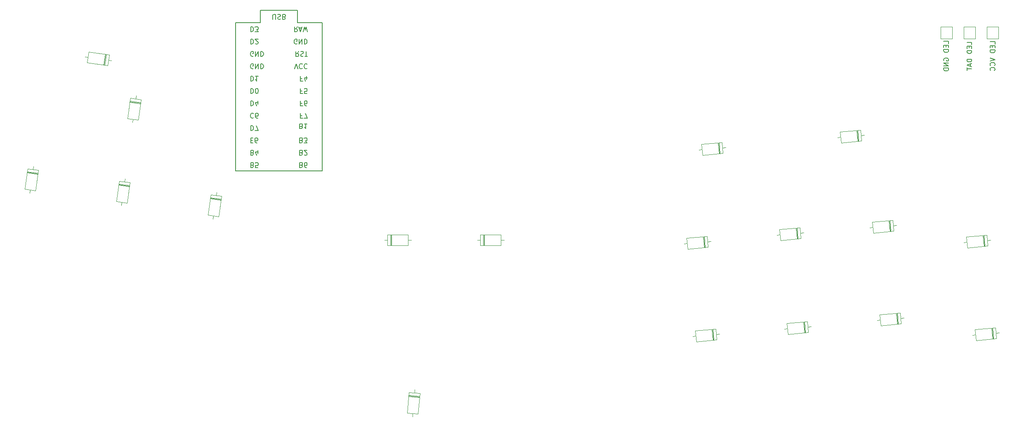
<source format=gbo>
%TF.GenerationSoftware,KiCad,Pcbnew,(6.0.9)*%
%TF.CreationDate,2023-02-21T23:29:26+05:30*%
%TF.ProjectId,Titan Keyboard,54697461-6e20-44b6-9579-626f6172642e,rev?*%
%TF.SameCoordinates,Original*%
%TF.FileFunction,Legend,Bot*%
%TF.FilePolarity,Positive*%
%FSLAX46Y46*%
G04 Gerber Fmt 4.6, Leading zero omitted, Abs format (unit mm)*
G04 Created by KiCad (PCBNEW (6.0.9)) date 2023-02-21 23:29:26*
%MOMM*%
%LPD*%
G01*
G04 APERTURE LIST*
G04 Aperture macros list*
%AMHorizOval*
0 Thick line with rounded ends*
0 $1 width*
0 $2 $3 position (X,Y) of the first rounded end (center of the circle)*
0 $4 $5 position (X,Y) of the second rounded end (center of the circle)*
0 Add line between two ends*
20,1,$1,$2,$3,$4,$5,0*
0 Add two circle primitives to create the rounded ends*
1,1,$1,$2,$3*
1,1,$1,$4,$5*%
%AMRotRect*
0 Rectangle, with rotation*
0 The origin of the aperture is its center*
0 $1 length*
0 $2 width*
0 $3 Rotation angle, in degrees counterclockwise*
0 Add horizontal line*
21,1,$1,$2,0,0,$3*%
G04 Aperture macros list end*
%ADD10C,0.150000*%
%ADD11C,0.120000*%
%ADD12R,1.752600X1.752600*%
%ADD13C,1.752600*%
%ADD14C,1.800000*%
%ADD15C,2.100000*%
%ADD16C,4.000000*%
%ADD17C,1.900000*%
%ADD18HorizOval,2.000000X0.396107X-0.055669X-0.396107X0.055669X0*%
%ADD19HorizOval,2.000000X0.247567X-0.034793X-0.247567X0.034793X0*%
%ADD20HorizOval,2.000000X0.398478X-0.034862X-0.398478X0.034862X0*%
%ADD21HorizOval,2.000000X0.249049X-0.021789X-0.249049X0.021789X0*%
%ADD22HorizOval,2.000000X0.249049X0.021789X-0.249049X-0.021789X0*%
%ADD23HorizOval,2.000000X0.398478X0.034862X-0.398478X-0.034862X0*%
%ADD24O,2.500000X2.000000*%
%ADD25O,2.800000X2.000000*%
%ADD26C,2.000000*%
%ADD27R,3.200000X2.000000*%
%ADD28R,2.000000X2.000000*%
%ADD29R,1.600000X1.600000*%
%ADD30O,1.600000X1.600000*%
%ADD31RotRect,1.600000X1.600000X185.000000*%
%ADD32HorizOval,1.600000X0.000000X0.000000X0.000000X0.000000X0*%
%ADD33RotRect,1.600000X1.600000X262.000000*%
%ADD34HorizOval,1.600000X0.000000X0.000000X0.000000X0.000000X0*%
%ADD35RotRect,1.600000X1.600000X172.000000*%
%ADD36HorizOval,1.600000X0.000000X0.000000X0.000000X0.000000X0*%
%ADD37RotRect,1.600000X1.600000X265.000000*%
%ADD38HorizOval,1.600000X0.000000X0.000000X0.000000X0.000000X0*%
G04 APERTURE END LIST*
D10*
%TO.C,U1*%
X121039094Y-52617619D02*
X121372428Y-51617619D01*
X121705761Y-52617619D01*
X122610523Y-51712857D02*
X122562904Y-51665238D01*
X122420047Y-51617619D01*
X122324808Y-51617619D01*
X122181951Y-51665238D01*
X122086713Y-51760476D01*
X122039094Y-51855714D01*
X121991475Y-52046190D01*
X121991475Y-52189047D01*
X122039094Y-52379523D01*
X122086713Y-52474761D01*
X122181951Y-52570000D01*
X122324808Y-52617619D01*
X122420047Y-52617619D01*
X122562904Y-52570000D01*
X122610523Y-52522380D01*
X123610523Y-51712857D02*
X123562904Y-51665238D01*
X123420047Y-51617619D01*
X123324808Y-51617619D01*
X123181951Y-51665238D01*
X123086713Y-51760476D01*
X123039094Y-51855714D01*
X122991475Y-52046190D01*
X122991475Y-52189047D01*
X123039094Y-52379523D01*
X123086713Y-52474761D01*
X123181951Y-52570000D01*
X123324808Y-52617619D01*
X123420047Y-52617619D01*
X123562904Y-52570000D01*
X123610523Y-52522380D01*
X112371238Y-69921428D02*
X112514095Y-69873809D01*
X112561714Y-69826190D01*
X112609333Y-69730952D01*
X112609333Y-69588095D01*
X112561714Y-69492857D01*
X112514095Y-69445238D01*
X112418857Y-69397619D01*
X112037904Y-69397619D01*
X112037904Y-70397619D01*
X112371238Y-70397619D01*
X112466476Y-70350000D01*
X112514095Y-70302380D01*
X112561714Y-70207142D01*
X112561714Y-70111904D01*
X112514095Y-70016666D01*
X112466476Y-69969047D01*
X112371238Y-69921428D01*
X112037904Y-69921428D01*
X113466476Y-70064285D02*
X113466476Y-69397619D01*
X113228380Y-70445238D02*
X112990285Y-69730952D01*
X113609333Y-69730952D01*
X121515285Y-47490000D02*
X121420047Y-47537619D01*
X121277190Y-47537619D01*
X121134332Y-47490000D01*
X121039094Y-47394761D01*
X120991475Y-47299523D01*
X120943856Y-47109047D01*
X120943856Y-46966190D01*
X120991475Y-46775714D01*
X121039094Y-46680476D01*
X121134332Y-46585238D01*
X121277190Y-46537619D01*
X121372428Y-46537619D01*
X121515285Y-46585238D01*
X121562904Y-46632857D01*
X121562904Y-46966190D01*
X121372428Y-46966190D01*
X121991475Y-46537619D02*
X121991475Y-47537619D01*
X122562904Y-46537619D01*
X122562904Y-47537619D01*
X123039094Y-46537619D02*
X123039094Y-47537619D01*
X123277190Y-47537619D01*
X123420047Y-47490000D01*
X123515285Y-47394761D01*
X123562904Y-47299523D01*
X123610523Y-47109047D01*
X123610523Y-46966190D01*
X123562904Y-46775714D01*
X123515285Y-46680476D01*
X123420047Y-46585238D01*
X123277190Y-46537619D01*
X123039094Y-46537619D01*
X122562904Y-59761428D02*
X122229571Y-59761428D01*
X122229571Y-59237619D02*
X122229571Y-60237619D01*
X122705761Y-60237619D01*
X123515285Y-60237619D02*
X123324809Y-60237619D01*
X123229571Y-60190000D01*
X123181952Y-60142380D01*
X123086714Y-59999523D01*
X123039095Y-59809047D01*
X123039095Y-59428095D01*
X123086714Y-59332857D01*
X123134333Y-59285238D01*
X123229571Y-59237619D01*
X123420047Y-59237619D01*
X123515285Y-59285238D01*
X123562904Y-59332857D01*
X123610523Y-59428095D01*
X123610523Y-59666190D01*
X123562904Y-59761428D01*
X123515285Y-59809047D01*
X123420047Y-59856666D01*
X123229571Y-59856666D01*
X123134333Y-59809047D01*
X123086714Y-59761428D01*
X123039095Y-59666190D01*
X122562904Y-54681428D02*
X122229571Y-54681428D01*
X122229571Y-54157619D02*
X122229571Y-55157619D01*
X122705761Y-55157619D01*
X123515285Y-54824285D02*
X123515285Y-54157619D01*
X123277190Y-55205238D02*
X123039095Y-54490952D01*
X123658142Y-54490952D01*
X121610523Y-43997619D02*
X121277190Y-44473809D01*
X121039095Y-43997619D02*
X121039095Y-44997619D01*
X121420047Y-44997619D01*
X121515285Y-44950000D01*
X121562904Y-44902380D01*
X121610523Y-44807142D01*
X121610523Y-44664285D01*
X121562904Y-44569047D01*
X121515285Y-44521428D01*
X121420047Y-44473809D01*
X121039095Y-44473809D01*
X121991476Y-44283333D02*
X122467666Y-44283333D01*
X121896238Y-43997619D02*
X122229571Y-44997619D01*
X122562904Y-43997619D01*
X122801000Y-44997619D02*
X123039095Y-43997619D01*
X123229571Y-44711904D01*
X123420047Y-43997619D01*
X123658142Y-44997619D01*
X112037904Y-46537619D02*
X112037904Y-47537619D01*
X112276000Y-47537619D01*
X112418857Y-47490000D01*
X112514095Y-47394761D01*
X112561714Y-47299523D01*
X112609333Y-47109047D01*
X112609333Y-46966190D01*
X112561714Y-46775714D01*
X112514095Y-46680476D01*
X112418857Y-46585238D01*
X112276000Y-46537619D01*
X112037904Y-46537619D01*
X112990285Y-47442380D02*
X113037904Y-47490000D01*
X113133142Y-47537619D01*
X113371238Y-47537619D01*
X113466476Y-47490000D01*
X113514095Y-47442380D01*
X113561714Y-47347142D01*
X113561714Y-47251904D01*
X113514095Y-47109047D01*
X112942666Y-46537619D01*
X113561714Y-46537619D01*
X112561714Y-50030000D02*
X112466476Y-50077619D01*
X112323619Y-50077619D01*
X112180761Y-50030000D01*
X112085523Y-49934761D01*
X112037904Y-49839523D01*
X111990285Y-49649047D01*
X111990285Y-49506190D01*
X112037904Y-49315714D01*
X112085523Y-49220476D01*
X112180761Y-49125238D01*
X112323619Y-49077619D01*
X112418857Y-49077619D01*
X112561714Y-49125238D01*
X112609333Y-49172857D01*
X112609333Y-49506190D01*
X112418857Y-49506190D01*
X113037904Y-49077619D02*
X113037904Y-50077619D01*
X113609333Y-49077619D01*
X113609333Y-50077619D01*
X114085523Y-49077619D02*
X114085523Y-50077619D01*
X114323619Y-50077619D01*
X114466476Y-50030000D01*
X114561714Y-49934761D01*
X114609333Y-49839523D01*
X114656952Y-49649047D01*
X114656952Y-49506190D01*
X114609333Y-49315714D01*
X114561714Y-49220476D01*
X114466476Y-49125238D01*
X114323619Y-49077619D01*
X114085523Y-49077619D01*
X112609333Y-61872857D02*
X112561714Y-61825238D01*
X112418857Y-61777619D01*
X112323619Y-61777619D01*
X112180761Y-61825238D01*
X112085523Y-61920476D01*
X112037904Y-62015714D01*
X111990285Y-62206190D01*
X111990285Y-62349047D01*
X112037904Y-62539523D01*
X112085523Y-62634761D01*
X112180761Y-62730000D01*
X112323619Y-62777619D01*
X112418857Y-62777619D01*
X112561714Y-62730000D01*
X112609333Y-62682380D01*
X113466476Y-62777619D02*
X113276000Y-62777619D01*
X113180761Y-62730000D01*
X113133142Y-62682380D01*
X113037904Y-62539523D01*
X112990285Y-62349047D01*
X112990285Y-61968095D01*
X113037904Y-61872857D01*
X113085523Y-61825238D01*
X113180761Y-61777619D01*
X113371238Y-61777619D01*
X113466476Y-61825238D01*
X113514095Y-61872857D01*
X113561714Y-61968095D01*
X113561714Y-62206190D01*
X113514095Y-62301428D01*
X113466476Y-62349047D01*
X113371238Y-62396666D01*
X113180761Y-62396666D01*
X113085523Y-62349047D01*
X113037904Y-62301428D01*
X112990285Y-62206190D01*
X112037904Y-43997619D02*
X112037904Y-44997619D01*
X112276000Y-44997619D01*
X112418857Y-44950000D01*
X112514095Y-44854761D01*
X112561714Y-44759523D01*
X112609333Y-44569047D01*
X112609333Y-44426190D01*
X112561714Y-44235714D01*
X112514095Y-44140476D01*
X112418857Y-44045238D01*
X112276000Y-43997619D01*
X112037904Y-43997619D01*
X112942666Y-44997619D02*
X113561714Y-44997619D01*
X113228380Y-44616666D01*
X113371238Y-44616666D01*
X113466476Y-44569047D01*
X113514095Y-44521428D01*
X113561714Y-44426190D01*
X113561714Y-44188095D01*
X113514095Y-44092857D01*
X113466476Y-44045238D01*
X113371238Y-43997619D01*
X113085523Y-43997619D01*
X112990285Y-44045238D01*
X112942666Y-44092857D01*
X116594095Y-42457619D02*
X116594095Y-41648095D01*
X116641714Y-41552857D01*
X116689333Y-41505238D01*
X116784571Y-41457619D01*
X116975047Y-41457619D01*
X117070285Y-41505238D01*
X117117904Y-41552857D01*
X117165523Y-41648095D01*
X117165523Y-42457619D01*
X117594095Y-41505238D02*
X117736952Y-41457619D01*
X117975047Y-41457619D01*
X118070285Y-41505238D01*
X118117904Y-41552857D01*
X118165523Y-41648095D01*
X118165523Y-41743333D01*
X118117904Y-41838571D01*
X118070285Y-41886190D01*
X117975047Y-41933809D01*
X117784571Y-41981428D01*
X117689333Y-42029047D01*
X117641714Y-42076666D01*
X117594095Y-42171904D01*
X117594095Y-42267142D01*
X117641714Y-42362380D01*
X117689333Y-42410000D01*
X117784571Y-42457619D01*
X118022666Y-42457619D01*
X118165523Y-42410000D01*
X118927428Y-41981428D02*
X119070285Y-41933809D01*
X119117904Y-41886190D01*
X119165523Y-41790952D01*
X119165523Y-41648095D01*
X119117904Y-41552857D01*
X119070285Y-41505238D01*
X118975047Y-41457619D01*
X118594095Y-41457619D01*
X118594095Y-42457619D01*
X118927428Y-42457619D01*
X119022666Y-42410000D01*
X119070285Y-42362380D01*
X119117904Y-42267142D01*
X119117904Y-42171904D01*
X119070285Y-42076666D01*
X119022666Y-42029047D01*
X118927428Y-41981428D01*
X118594095Y-41981428D01*
X112037904Y-67381428D02*
X112371238Y-67381428D01*
X112514095Y-66857619D02*
X112037904Y-66857619D01*
X112037904Y-67857619D01*
X112514095Y-67857619D01*
X113371238Y-67857619D02*
X113180761Y-67857619D01*
X113085523Y-67810000D01*
X113037904Y-67762380D01*
X112942666Y-67619523D01*
X112895047Y-67429047D01*
X112895047Y-67048095D01*
X112942666Y-66952857D01*
X112990285Y-66905238D01*
X113085523Y-66857619D01*
X113276000Y-66857619D01*
X113371238Y-66905238D01*
X113418857Y-66952857D01*
X113466476Y-67048095D01*
X113466476Y-67286190D01*
X113418857Y-67381428D01*
X113371238Y-67429047D01*
X113276000Y-67476666D01*
X113085523Y-67476666D01*
X112990285Y-67429047D01*
X112942666Y-67381428D01*
X112895047Y-67286190D01*
X112037904Y-59237619D02*
X112037904Y-60237619D01*
X112276000Y-60237619D01*
X112418857Y-60190000D01*
X112514095Y-60094761D01*
X112561714Y-59999523D01*
X112609333Y-59809047D01*
X112609333Y-59666190D01*
X112561714Y-59475714D01*
X112514095Y-59380476D01*
X112418857Y-59285238D01*
X112276000Y-59237619D01*
X112037904Y-59237619D01*
X113466476Y-59904285D02*
X113466476Y-59237619D01*
X113228380Y-60285238D02*
X112990285Y-59570952D01*
X113609333Y-59570952D01*
X121896237Y-49077619D02*
X121562904Y-49553809D01*
X121324809Y-49077619D02*
X121324809Y-50077619D01*
X121705761Y-50077619D01*
X121800999Y-50030000D01*
X121848618Y-49982380D01*
X121896237Y-49887142D01*
X121896237Y-49744285D01*
X121848618Y-49649047D01*
X121800999Y-49601428D01*
X121705761Y-49553809D01*
X121324809Y-49553809D01*
X122277190Y-49125238D02*
X122420047Y-49077619D01*
X122658142Y-49077619D01*
X122753380Y-49125238D01*
X122800999Y-49172857D01*
X122848618Y-49268095D01*
X122848618Y-49363333D01*
X122800999Y-49458571D01*
X122753380Y-49506190D01*
X122658142Y-49553809D01*
X122467666Y-49601428D01*
X122372428Y-49649047D01*
X122324809Y-49696666D01*
X122277190Y-49791904D01*
X122277190Y-49887142D01*
X122324809Y-49982380D01*
X122372428Y-50030000D01*
X122467666Y-50077619D01*
X122705761Y-50077619D01*
X122848618Y-50030000D01*
X123134333Y-50077619D02*
X123705761Y-50077619D01*
X123420047Y-49077619D02*
X123420047Y-50077619D01*
X122420047Y-69921428D02*
X122562904Y-69873809D01*
X122610523Y-69826190D01*
X122658142Y-69730952D01*
X122658142Y-69588095D01*
X122610523Y-69492857D01*
X122562904Y-69445238D01*
X122467666Y-69397619D01*
X122086713Y-69397619D01*
X122086713Y-70397619D01*
X122420047Y-70397619D01*
X122515285Y-70350000D01*
X122562904Y-70302380D01*
X122610523Y-70207142D01*
X122610523Y-70111904D01*
X122562904Y-70016666D01*
X122515285Y-69969047D01*
X122420047Y-69921428D01*
X122086713Y-69921428D01*
X123039094Y-70302380D02*
X123086713Y-70350000D01*
X123181951Y-70397619D01*
X123420047Y-70397619D01*
X123515285Y-70350000D01*
X123562904Y-70302380D01*
X123610523Y-70207142D01*
X123610523Y-70111904D01*
X123562904Y-69969047D01*
X122991475Y-69397619D01*
X123610523Y-69397619D01*
X122420047Y-72461428D02*
X122562904Y-72413809D01*
X122610523Y-72366190D01*
X122658142Y-72270952D01*
X122658142Y-72128095D01*
X122610523Y-72032857D01*
X122562904Y-71985238D01*
X122467666Y-71937619D01*
X122086713Y-71937619D01*
X122086713Y-72937619D01*
X122420047Y-72937619D01*
X122515285Y-72890000D01*
X122562904Y-72842380D01*
X122610523Y-72747142D01*
X122610523Y-72651904D01*
X122562904Y-72556666D01*
X122515285Y-72509047D01*
X122420047Y-72461428D01*
X122086713Y-72461428D01*
X123515285Y-72937619D02*
X123324809Y-72937619D01*
X123229570Y-72890000D01*
X123181951Y-72842380D01*
X123086713Y-72699523D01*
X123039094Y-72509047D01*
X123039094Y-72128095D01*
X123086713Y-72032857D01*
X123134332Y-71985238D01*
X123229570Y-71937619D01*
X123420047Y-71937619D01*
X123515285Y-71985238D01*
X123562904Y-72032857D01*
X123610523Y-72128095D01*
X123610523Y-72366190D01*
X123562904Y-72461428D01*
X123515285Y-72509047D01*
X123420047Y-72556666D01*
X123229570Y-72556666D01*
X123134332Y-72509047D01*
X123086713Y-72461428D01*
X123039094Y-72366190D01*
X122562904Y-57221428D02*
X122229571Y-57221428D01*
X122229571Y-56697619D02*
X122229571Y-57697619D01*
X122705761Y-57697619D01*
X123562904Y-57697619D02*
X123086714Y-57697619D01*
X123039095Y-57221428D01*
X123086714Y-57269047D01*
X123181952Y-57316666D01*
X123420047Y-57316666D01*
X123515285Y-57269047D01*
X123562904Y-57221428D01*
X123610523Y-57126190D01*
X123610523Y-56888095D01*
X123562904Y-56792857D01*
X123515285Y-56745238D01*
X123420047Y-56697619D01*
X123181952Y-56697619D01*
X123086714Y-56745238D01*
X123039095Y-56792857D01*
X112037904Y-54157619D02*
X112037904Y-55157619D01*
X112276000Y-55157619D01*
X112418857Y-55110000D01*
X112514095Y-55014761D01*
X112561714Y-54919523D01*
X112609333Y-54729047D01*
X112609333Y-54586190D01*
X112561714Y-54395714D01*
X112514095Y-54300476D01*
X112418857Y-54205238D01*
X112276000Y-54157619D01*
X112037904Y-54157619D01*
X113561714Y-54157619D02*
X112990285Y-54157619D01*
X113276000Y-54157619D02*
X113276000Y-55157619D01*
X113180761Y-55014761D01*
X113085523Y-54919523D01*
X112990285Y-54871904D01*
X112371238Y-72461428D02*
X112514095Y-72413809D01*
X112561714Y-72366190D01*
X112609333Y-72270952D01*
X112609333Y-72128095D01*
X112561714Y-72032857D01*
X112514095Y-71985238D01*
X112418857Y-71937619D01*
X112037904Y-71937619D01*
X112037904Y-72937619D01*
X112371238Y-72937619D01*
X112466476Y-72890000D01*
X112514095Y-72842380D01*
X112561714Y-72747142D01*
X112561714Y-72651904D01*
X112514095Y-72556666D01*
X112466476Y-72509047D01*
X112371238Y-72461428D01*
X112037904Y-72461428D01*
X113514095Y-72937619D02*
X113037904Y-72937619D01*
X112990285Y-72461428D01*
X113037904Y-72509047D01*
X113133142Y-72556666D01*
X113371238Y-72556666D01*
X113466476Y-72509047D01*
X113514095Y-72461428D01*
X113561714Y-72366190D01*
X113561714Y-72128095D01*
X113514095Y-72032857D01*
X113466476Y-71985238D01*
X113371238Y-71937619D01*
X113133142Y-71937619D01*
X113037904Y-71985238D01*
X112990285Y-72032857D01*
X122420047Y-67381428D02*
X122562904Y-67333809D01*
X122610523Y-67286190D01*
X122658142Y-67190952D01*
X122658142Y-67048095D01*
X122610523Y-66952857D01*
X122562904Y-66905238D01*
X122467666Y-66857619D01*
X122086713Y-66857619D01*
X122086713Y-67857619D01*
X122420047Y-67857619D01*
X122515285Y-67810000D01*
X122562904Y-67762380D01*
X122610523Y-67667142D01*
X122610523Y-67571904D01*
X122562904Y-67476666D01*
X122515285Y-67429047D01*
X122420047Y-67381428D01*
X122086713Y-67381428D01*
X122991475Y-67857619D02*
X123610523Y-67857619D01*
X123277189Y-67476666D01*
X123420047Y-67476666D01*
X123515285Y-67429047D01*
X123562904Y-67381428D01*
X123610523Y-67286190D01*
X123610523Y-67048095D01*
X123562904Y-66952857D01*
X123515285Y-66905238D01*
X123420047Y-66857619D01*
X123134332Y-66857619D01*
X123039094Y-66905238D01*
X122991475Y-66952857D01*
X112561714Y-52570000D02*
X112466476Y-52617619D01*
X112323619Y-52617619D01*
X112180761Y-52570000D01*
X112085523Y-52474761D01*
X112037904Y-52379523D01*
X111990285Y-52189047D01*
X111990285Y-52046190D01*
X112037904Y-51855714D01*
X112085523Y-51760476D01*
X112180761Y-51665238D01*
X112323619Y-51617619D01*
X112418857Y-51617619D01*
X112561714Y-51665238D01*
X112609333Y-51712857D01*
X112609333Y-52046190D01*
X112418857Y-52046190D01*
X113037904Y-51617619D02*
X113037904Y-52617619D01*
X113609333Y-51617619D01*
X113609333Y-52617619D01*
X114085523Y-51617619D02*
X114085523Y-52617619D01*
X114323619Y-52617619D01*
X114466476Y-52570000D01*
X114561714Y-52474761D01*
X114609333Y-52379523D01*
X114656952Y-52189047D01*
X114656952Y-52046190D01*
X114609333Y-51855714D01*
X114561714Y-51760476D01*
X114466476Y-51665238D01*
X114323619Y-51617619D01*
X114085523Y-51617619D01*
X112037904Y-56697619D02*
X112037904Y-57697619D01*
X112276000Y-57697619D01*
X112418857Y-57650000D01*
X112514095Y-57554761D01*
X112561714Y-57459523D01*
X112609333Y-57269047D01*
X112609333Y-57126190D01*
X112561714Y-56935714D01*
X112514095Y-56840476D01*
X112418857Y-56745238D01*
X112276000Y-56697619D01*
X112037904Y-56697619D01*
X113228380Y-57697619D02*
X113323619Y-57697619D01*
X113418857Y-57650000D01*
X113466476Y-57602380D01*
X113514095Y-57507142D01*
X113561714Y-57316666D01*
X113561714Y-57078571D01*
X113514095Y-56888095D01*
X113466476Y-56792857D01*
X113418857Y-56745238D01*
X113323619Y-56697619D01*
X113228380Y-56697619D01*
X113133142Y-56745238D01*
X113085523Y-56792857D01*
X113037904Y-56888095D01*
X112990285Y-57078571D01*
X112990285Y-57316666D01*
X113037904Y-57507142D01*
X113085523Y-57602380D01*
X113133142Y-57650000D01*
X113228380Y-57697619D01*
X112037904Y-64317619D02*
X112037904Y-65317619D01*
X112276000Y-65317619D01*
X112418857Y-65270000D01*
X112514095Y-65174761D01*
X112561714Y-65079523D01*
X112609333Y-64889047D01*
X112609333Y-64746190D01*
X112561714Y-64555714D01*
X112514095Y-64460476D01*
X112418857Y-64365238D01*
X112276000Y-64317619D01*
X112037904Y-64317619D01*
X112942666Y-65317619D02*
X113609333Y-65317619D01*
X113180761Y-64317619D01*
X122562904Y-62301428D02*
X122229571Y-62301428D01*
X122229571Y-61777619D02*
X122229571Y-62777619D01*
X122705761Y-62777619D01*
X122991476Y-62777619D02*
X123658142Y-62777619D01*
X123229571Y-61777619D01*
X122420047Y-64491428D02*
X122562904Y-64443809D01*
X122610523Y-64396190D01*
X122658142Y-64300952D01*
X122658142Y-64158095D01*
X122610523Y-64062857D01*
X122562904Y-64015238D01*
X122467666Y-63967619D01*
X122086713Y-63967619D01*
X122086713Y-64967619D01*
X122420047Y-64967619D01*
X122515285Y-64920000D01*
X122562904Y-64872380D01*
X122610523Y-64777142D01*
X122610523Y-64681904D01*
X122562904Y-64586666D01*
X122515285Y-64539047D01*
X122420047Y-64491428D01*
X122086713Y-64491428D01*
X123610523Y-63967619D02*
X123039094Y-63967619D01*
X123324809Y-63967619D02*
X123324809Y-64967619D01*
X123229570Y-64824761D01*
X123134332Y-64729523D01*
X123039094Y-64681904D01*
%TO.C,J2*%
X260008630Y-47672916D02*
X260008630Y-47196726D01*
X259008630Y-47196726D01*
X259484821Y-48006250D02*
X259484821Y-48339583D01*
X260008630Y-48482440D02*
X260008630Y-48006250D01*
X259008630Y-48006250D01*
X259008630Y-48482440D01*
X260008630Y-48911011D02*
X259008630Y-48911011D01*
X259008630Y-49149107D01*
X259056250Y-49291964D01*
X259151488Y-49387202D01*
X259246726Y-49434821D01*
X259437202Y-49482440D01*
X259580059Y-49482440D01*
X259770535Y-49434821D01*
X259865773Y-49387202D01*
X259961011Y-49291964D01*
X260008630Y-49149107D01*
X260008630Y-48911011D01*
X260008630Y-50672916D02*
X259008630Y-50672916D01*
X259008630Y-50911011D01*
X259056250Y-51053869D01*
X259151488Y-51149107D01*
X259246726Y-51196726D01*
X259437202Y-51244345D01*
X259580059Y-51244345D01*
X259770535Y-51196726D01*
X259865773Y-51149107D01*
X259961011Y-51053869D01*
X260008630Y-50911011D01*
X260008630Y-50672916D01*
X259722916Y-51625297D02*
X259722916Y-52101488D01*
X260008630Y-51530059D02*
X259008630Y-51863392D01*
X260008630Y-52196726D01*
X259008630Y-52387202D02*
X259008630Y-52958630D01*
X260008630Y-52672916D02*
X259008630Y-52672916D01*
%TO.C,J1*%
X264771130Y-47553869D02*
X264771130Y-47077678D01*
X263771130Y-47077678D01*
X264247321Y-47887202D02*
X264247321Y-48220535D01*
X264771130Y-48363392D02*
X264771130Y-47887202D01*
X263771130Y-47887202D01*
X263771130Y-48363392D01*
X264771130Y-48791964D02*
X263771130Y-48791964D01*
X263771130Y-49030059D01*
X263818750Y-49172916D01*
X263913988Y-49268154D01*
X264009226Y-49315773D01*
X264199702Y-49363392D01*
X264342559Y-49363392D01*
X264533035Y-49315773D01*
X264628273Y-49268154D01*
X264723511Y-49172916D01*
X264771130Y-49030059D01*
X264771130Y-48791964D01*
X263771130Y-50411011D02*
X264771130Y-50744345D01*
X263771130Y-51077678D01*
X264675892Y-51982440D02*
X264723511Y-51934821D01*
X264771130Y-51791964D01*
X264771130Y-51696726D01*
X264723511Y-51553869D01*
X264628273Y-51458630D01*
X264533035Y-51411011D01*
X264342559Y-51363392D01*
X264199702Y-51363392D01*
X264009226Y-51411011D01*
X263913988Y-51458630D01*
X263818750Y-51553869D01*
X263771130Y-51696726D01*
X263771130Y-51791964D01*
X263818750Y-51934821D01*
X263866369Y-51982440D01*
X264675892Y-52982440D02*
X264723511Y-52934821D01*
X264771130Y-52791964D01*
X264771130Y-52696726D01*
X264723511Y-52553869D01*
X264628273Y-52458630D01*
X264533035Y-52411011D01*
X264342559Y-52363392D01*
X264199702Y-52363392D01*
X264009226Y-52411011D01*
X263913988Y-52458630D01*
X263818750Y-52553869D01*
X263771130Y-52696726D01*
X263771130Y-52791964D01*
X263818750Y-52934821D01*
X263866369Y-52982440D01*
%TO.C,J3*%
X255246130Y-47458630D02*
X255246130Y-46982440D01*
X254246130Y-46982440D01*
X254722321Y-47791964D02*
X254722321Y-48125297D01*
X255246130Y-48268154D02*
X255246130Y-47791964D01*
X254246130Y-47791964D01*
X254246130Y-48268154D01*
X255246130Y-48696726D02*
X254246130Y-48696726D01*
X254246130Y-48934821D01*
X254293750Y-49077678D01*
X254388988Y-49172916D01*
X254484226Y-49220535D01*
X254674702Y-49268154D01*
X254817559Y-49268154D01*
X255008035Y-49220535D01*
X255103273Y-49172916D01*
X255198511Y-49077678D01*
X255246130Y-48934821D01*
X255246130Y-48696726D01*
X254293750Y-50982440D02*
X254246130Y-50887202D01*
X254246130Y-50744345D01*
X254293750Y-50601488D01*
X254388988Y-50506250D01*
X254484226Y-50458630D01*
X254674702Y-50411011D01*
X254817559Y-50411011D01*
X255008035Y-50458630D01*
X255103273Y-50506250D01*
X255198511Y-50601488D01*
X255246130Y-50744345D01*
X255246130Y-50839583D01*
X255198511Y-50982440D01*
X255150892Y-51030059D01*
X254817559Y-51030059D01*
X254817559Y-50839583D01*
X255246130Y-51458630D02*
X254246130Y-51458630D01*
X255246130Y-52030059D01*
X254246130Y-52030059D01*
X255246130Y-52506250D02*
X254246130Y-52506250D01*
X254246130Y-52744345D01*
X254293750Y-52887202D01*
X254388988Y-52982440D01*
X254484226Y-53030059D01*
X254674702Y-53077678D01*
X254817559Y-53077678D01*
X255008035Y-53030059D01*
X255103273Y-52982440D01*
X255198511Y-52887202D01*
X255246130Y-52744345D01*
X255246130Y-52506250D01*
%TO.C,U1*%
X108966000Y-43180000D02*
X114046000Y-43180000D01*
X121666000Y-43180000D02*
X126746000Y-43180000D01*
X121666000Y-40640000D02*
X121666000Y-43180000D01*
X114046000Y-40640000D02*
X121666000Y-40640000D01*
X108966000Y-73660000D02*
X108966000Y-43180000D01*
X114046000Y-43180000D02*
X114046000Y-40640000D01*
X126746000Y-73660000D02*
X108966000Y-73660000D01*
X126746000Y-43180000D02*
X126746000Y-73660000D01*
D11*
%TO.C,D20*%
X159170000Y-89004000D02*
X159170000Y-86764000D01*
X158520000Y-87884000D02*
X159170000Y-87884000D01*
X159890000Y-89004000D02*
X159890000Y-86764000D01*
X164060000Y-87884000D02*
X163410000Y-87884000D01*
X159770000Y-89004000D02*
X159770000Y-86764000D01*
X163410000Y-86764000D02*
X163410000Y-89004000D01*
X163410000Y-89004000D02*
X159170000Y-89004000D01*
X160010000Y-89004000D02*
X160010000Y-86764000D01*
X159170000Y-86764000D02*
X163410000Y-86764000D01*
%TO.C,D38*%
X260130541Y-107429422D02*
X260778067Y-107372771D01*
X264187058Y-105950244D02*
X264382287Y-108181720D01*
X265099547Y-108118968D02*
X260875682Y-108488509D01*
X265649460Y-106946579D02*
X265001933Y-107003230D01*
X264067515Y-105960703D02*
X264262744Y-108192179D01*
X260680453Y-106257032D02*
X264904319Y-105887492D01*
X260875682Y-108488509D02*
X260680453Y-106257032D01*
X264306602Y-105939786D02*
X264501831Y-108171262D01*
X264904319Y-105887492D02*
X265099547Y-108118968D01*
%TO.C,D11*%
X103733743Y-79229751D02*
X105951943Y-79541499D01*
X103833947Y-78516758D02*
X106052148Y-78828506D01*
X103243853Y-82715495D02*
X103833947Y-78516758D01*
X104262491Y-83515043D02*
X104352954Y-82871369D01*
X106052148Y-78828506D02*
X105462054Y-83027243D01*
X103717042Y-79348583D02*
X105935242Y-79660331D01*
X105033510Y-78028958D02*
X104943047Y-78672632D01*
X105462054Y-83027243D02*
X103243853Y-82715495D01*
X103750443Y-79110919D02*
X105968644Y-79422667D01*
%TO.C,J2*%
X260756250Y-46443750D02*
X260756250Y-44043750D01*
X258356250Y-46443750D02*
X260756250Y-46443750D01*
X260756250Y-44043750D02*
X258356250Y-44043750D01*
X258356250Y-44043750D02*
X258356250Y-46443750D01*
%TO.C,D16*%
X140840000Y-89004000D02*
X140840000Y-86764000D01*
X140720000Y-89004000D02*
X140720000Y-86764000D01*
X140120000Y-89004000D02*
X140120000Y-86764000D01*
X139470000Y-87884000D02*
X140120000Y-87884000D01*
X144360000Y-89004000D02*
X140120000Y-89004000D01*
X140120000Y-86764000D02*
X144360000Y-86764000D01*
X144360000Y-86764000D02*
X144360000Y-89004000D01*
X140960000Y-89004000D02*
X140960000Y-86764000D01*
X145010000Y-87884000D02*
X144360000Y-87884000D01*
%TO.C,D29*%
X224055058Y-85376244D02*
X224250287Y-87607720D01*
X224174602Y-85365786D02*
X224369831Y-87597262D01*
X225517460Y-86372579D02*
X224869933Y-86429230D01*
X224967547Y-87544968D02*
X220743682Y-87914509D01*
X220743682Y-87914509D02*
X220548453Y-85683032D01*
X219998541Y-86855422D02*
X220646067Y-86798771D01*
X220548453Y-85683032D02*
X224772319Y-85313492D01*
X224772319Y-85313492D02*
X224967547Y-87544968D01*
X223935515Y-85386703D02*
X224130744Y-87618179D01*
%TO.C,D34*%
X241122453Y-103209032D02*
X245346319Y-102839492D01*
X244748602Y-102891786D02*
X244943831Y-105123262D01*
X245346319Y-102839492D02*
X245541547Y-105070968D01*
X240572541Y-104381422D02*
X241220067Y-104324771D01*
X244629058Y-102902244D02*
X244824287Y-105133720D01*
X245541547Y-105070968D02*
X241317682Y-105440509D01*
X246091460Y-103898579D02*
X245443933Y-103955230D01*
X244509515Y-102912703D02*
X244704744Y-105144179D01*
X241317682Y-105440509D02*
X241122453Y-103209032D01*
%TO.C,D26*%
X203471682Y-108742509D02*
X203276453Y-106511032D01*
X203276453Y-106511032D02*
X207500319Y-106141492D01*
X207695547Y-108372968D02*
X203471682Y-108742509D01*
X206663515Y-106214703D02*
X206858744Y-108446179D01*
X206783058Y-106204244D02*
X206978287Y-108435720D01*
X208245460Y-107200579D02*
X207597933Y-107257230D01*
X207500319Y-106141492D02*
X207695547Y-108372968D01*
X206902602Y-106193786D02*
X207097831Y-108425262D01*
X202726541Y-107683422D02*
X203374067Y-107626771D01*
%TO.C,D24*%
X208770319Y-67787492D02*
X208965547Y-70018968D01*
X207933515Y-67860703D02*
X208128744Y-70092179D01*
X209515460Y-68846579D02*
X208867933Y-68903230D01*
X204546453Y-68157032D02*
X208770319Y-67787492D01*
X204741682Y-70388509D02*
X204546453Y-68157032D01*
X208965547Y-70018968D02*
X204741682Y-70388509D01*
X203996541Y-69329422D02*
X204644067Y-69272771D01*
X208172602Y-67839786D02*
X208367831Y-70071262D01*
X208053058Y-67850244D02*
X208248287Y-70081720D01*
%TO.C,D2*%
X89519898Y-58979427D02*
X88929804Y-63178164D01*
X87201493Y-59380672D02*
X89419693Y-59692420D01*
X86711603Y-62866416D02*
X87301697Y-58667679D01*
X87218193Y-59261840D02*
X89436394Y-59573588D01*
X88929804Y-63178164D02*
X86711603Y-62866416D01*
X87730241Y-63665964D02*
X87820704Y-63022290D01*
X87301697Y-58667679D02*
X89519898Y-58979427D01*
X87184792Y-59499504D02*
X89402992Y-59811252D01*
X88501260Y-58179879D02*
X88410797Y-58823553D01*
%TO.C,D3*%
X82277171Y-49653992D02*
X81965423Y-51872192D01*
X82990164Y-49754196D02*
X82678416Y-51972397D01*
X82158339Y-49637291D02*
X81846591Y-51855491D01*
X82396003Y-49670692D02*
X82084255Y-51888893D01*
X82678416Y-51972397D02*
X78479679Y-51382303D01*
X77991879Y-50182740D02*
X78635553Y-50273203D01*
X78479679Y-51382303D02*
X78791427Y-49164102D01*
X83477964Y-50953759D02*
X82834290Y-50863296D01*
X78791427Y-49164102D02*
X82990164Y-49754196D01*
%TO.C,D32*%
X236501058Y-65310244D02*
X236696287Y-67541720D01*
X232444541Y-66789422D02*
X233092067Y-66732771D01*
X236620602Y-65299786D02*
X236815831Y-67531262D01*
X237963460Y-66306579D02*
X237315933Y-66363230D01*
X232994453Y-65617032D02*
X237218319Y-65247492D01*
X233189682Y-67848509D02*
X232994453Y-65617032D01*
X237218319Y-65247492D02*
X237413547Y-67478968D01*
X237413547Y-67478968D02*
X233189682Y-67848509D01*
X236381515Y-65320703D02*
X236576744Y-67552179D01*
%TO.C,D7*%
X86666054Y-80233243D02*
X84447853Y-79921495D01*
X87256148Y-76034506D02*
X86666054Y-80233243D01*
X84954443Y-76316919D02*
X87172644Y-76628667D01*
X84921042Y-76554583D02*
X87139242Y-76866331D01*
X85037947Y-75722758D02*
X87256148Y-76034506D01*
X86237510Y-75234958D02*
X86147047Y-75878632D01*
X85466491Y-80721043D02*
X85556954Y-80077369D01*
X84447853Y-79921495D02*
X85037947Y-75722758D01*
X84937743Y-76435751D02*
X87155943Y-76747499D01*
%TO.C,J1*%
X265518750Y-46443750D02*
X265518750Y-44043750D01*
X265518750Y-44043750D02*
X263118750Y-44043750D01*
X263118750Y-46443750D02*
X265518750Y-46443750D01*
X263118750Y-44043750D02*
X263118750Y-46443750D01*
%TO.C,J3*%
X253593750Y-44043750D02*
X253593750Y-46443750D01*
X255993750Y-46443750D02*
X255993750Y-44043750D01*
X253593750Y-46443750D02*
X255993750Y-46443750D01*
X255993750Y-44043750D02*
X253593750Y-44043750D01*
%TO.C,D30*%
X226296319Y-104617491D02*
X226491547Y-106848967D01*
X226491547Y-106848967D02*
X222267682Y-107218508D01*
X225698602Y-104669785D02*
X225893831Y-106901261D01*
X221522541Y-106159421D02*
X222170067Y-106102770D01*
X222072453Y-104987031D02*
X226296319Y-104617491D01*
X227041460Y-105676578D02*
X226393933Y-105733229D01*
X225579058Y-104680243D02*
X225774287Y-106911719D01*
X225459515Y-104690702D02*
X225654744Y-106922178D01*
X222267682Y-107218508D02*
X222072453Y-104987031D01*
%TO.C,D17*%
X146764445Y-119383183D02*
X146394905Y-123607049D01*
X144480675Y-119785671D02*
X146712151Y-119980900D01*
X144163428Y-123411820D02*
X144532969Y-119187955D01*
X144532969Y-119187955D02*
X146764445Y-119383183D01*
X146394905Y-123607049D02*
X144163428Y-123411820D01*
X145705358Y-118638042D02*
X145648707Y-119285569D01*
X144459758Y-120024758D02*
X146691234Y-120219987D01*
X144470217Y-119905215D02*
X146701693Y-120100444D01*
X145222515Y-124156961D02*
X145279166Y-123509435D01*
%TO.C,D37*%
X262289515Y-86910703D02*
X262484744Y-89142179D01*
X263321547Y-89068968D02*
X259097682Y-89438509D01*
X262528602Y-86889786D02*
X262723831Y-89121262D01*
X262409058Y-86900244D02*
X262604287Y-89131720D01*
X258352541Y-88379422D02*
X259000067Y-88322771D01*
X263126319Y-86837492D02*
X263321547Y-89068968D01*
X258902453Y-87207032D02*
X263126319Y-86837492D01*
X263871460Y-87896579D02*
X263223933Y-87953230D01*
X259097682Y-89438509D02*
X258902453Y-87207032D01*
%TO.C,D25*%
X205722319Y-87091492D02*
X205917547Y-89322968D01*
X201693682Y-89692509D02*
X201498453Y-87461032D01*
X205005058Y-87154244D02*
X205200287Y-89385720D01*
X205917547Y-89322968D02*
X201693682Y-89692509D01*
X200948541Y-88633422D02*
X201596067Y-88576771D01*
X201498453Y-87461032D02*
X205722319Y-87091492D01*
X205124602Y-87143786D02*
X205319831Y-89375262D01*
X206467460Y-88150579D02*
X205819933Y-88207230D01*
X204885515Y-87164703D02*
X205080744Y-89396179D01*
%TO.C,D1*%
X66670491Y-78181043D02*
X66760954Y-77537369D01*
X68460148Y-73494506D02*
X67870054Y-77693243D01*
X67441510Y-72694958D02*
X67351047Y-73338632D01*
X66125042Y-74014583D02*
X68343242Y-74326331D01*
X66241947Y-73182758D02*
X68460148Y-73494506D01*
X66141743Y-73895751D02*
X68359943Y-74207499D01*
X65651853Y-77381495D02*
X66241947Y-73182758D01*
X67870054Y-77693243D02*
X65651853Y-77381495D01*
X66158443Y-73776919D02*
X68376644Y-74088667D01*
%TO.C,D33*%
X239793682Y-86390509D02*
X239598453Y-84159032D01*
X239598453Y-84159032D02*
X243822319Y-83789492D01*
X242985515Y-83862703D02*
X243180744Y-86094179D01*
X243105058Y-83852244D02*
X243300287Y-86083720D01*
X244017547Y-86020968D02*
X239793682Y-86390509D01*
X244567460Y-84848579D02*
X243919933Y-84905230D01*
X243822319Y-83789492D02*
X244017547Y-86020968D01*
X243224602Y-83841786D02*
X243419831Y-86073262D01*
X239048541Y-85331422D02*
X239696067Y-85274771D01*
%TD*%
%LPC*%
D12*
%TO.C,SW1*%
X95300800Y-42926000D03*
D13*
X101803200Y-42926000D03*
%TD*%
D14*
%TO.C,U1*%
X110236000Y-44450000D03*
X110236000Y-46990000D03*
X110236000Y-49530000D03*
X110236000Y-52070000D03*
X110236000Y-54610000D03*
X110236000Y-57150000D03*
X110236000Y-59690000D03*
X110236000Y-62230000D03*
X110236000Y-64770000D03*
X110236000Y-67310000D03*
X110236000Y-69850000D03*
X110236000Y-72390000D03*
X125476000Y-72390000D03*
X125476000Y-69850000D03*
X125476000Y-67310000D03*
X125476000Y-64770000D03*
X125476000Y-62230000D03*
X125476000Y-59690000D03*
X125476000Y-57150000D03*
X125476000Y-54610000D03*
X125476000Y-52070000D03*
X125476000Y-49530000D03*
X125476000Y-46990000D03*
X125476000Y-44450000D03*
%TD*%
D15*
%TO.C,SW12*%
X100315474Y-82299452D03*
D16*
X94869000Y-81534000D03*
D17*
X89838438Y-80827001D03*
D15*
X89422526Y-80768548D03*
D17*
X99899562Y-82240999D03*
D18*
X89275858Y-84686263D03*
D19*
X91449578Y-78488470D03*
D18*
X94047879Y-87376582D03*
D19*
X98091280Y-76856938D03*
%TD*%
D15*
%TO.C,SW18*%
X130588729Y-119967443D03*
D17*
X131007131Y-120004049D03*
X141128469Y-120889551D03*
D15*
X141546871Y-120926157D03*
D16*
X136067800Y-120446800D03*
D20*
X130647300Y-123887465D03*
D21*
X132493674Y-117584402D03*
X139040886Y-115607507D03*
D20*
X135553581Y-126324349D03*
%TD*%
D15*
%TO.C,SW33*%
X240022671Y-56670643D03*
D17*
X239604269Y-56707249D03*
D16*
X234543600Y-57150000D03*
D15*
X229064529Y-57629357D03*
D17*
X229482931Y-57592751D03*
D22*
X230526723Y-54951729D03*
D23*
X229802914Y-61479654D03*
D22*
X236631183Y-51867955D03*
D23*
X235057819Y-63027549D03*
%TD*%
D16*
%TO.C,SW35*%
X242595400Y-94716600D03*
D15*
X248074471Y-94237243D03*
D17*
X247656069Y-94273849D03*
D15*
X237116329Y-95195957D03*
D17*
X237534731Y-95159351D03*
D22*
X238578523Y-92518329D03*
D23*
X237854714Y-99046254D03*
D22*
X244682983Y-89434555D03*
D23*
X243109619Y-100594149D03*
%TD*%
D15*
%TO.C,SW17*%
X136790800Y-78638400D03*
D17*
X137210800Y-78638400D03*
X147370800Y-78638400D03*
D16*
X142290800Y-78638400D03*
D15*
X147790800Y-78638400D03*
D24*
X138480800Y-76098400D03*
D25*
X137190800Y-82538400D03*
X142290800Y-84538400D03*
D24*
X144830800Y-73558400D03*
%TD*%
D26*
%TO.C,SW4*%
X45709000Y-52506250D03*
X45709000Y-47506250D03*
D27*
X52709000Y-44406250D03*
X52709000Y-55606250D03*
D26*
X60209000Y-50006250D03*
X60209000Y-47506250D03*
D28*
X60209000Y-52506250D03*
%TD*%
D15*
%TO.C,SW8*%
X70626526Y-78101548D03*
D16*
X76073000Y-78867000D03*
D17*
X81103562Y-79573999D03*
D15*
X81519474Y-79632452D03*
D17*
X71042438Y-78160001D03*
D19*
X72653578Y-75821470D03*
D18*
X70479858Y-82019263D03*
X75251879Y-84709582D03*
D19*
X79295280Y-74189938D03*
%TD*%
D16*
%TO.C,SW39*%
X262001000Y-97764600D03*
D15*
X267480071Y-97285243D03*
X256521929Y-98243957D03*
D17*
X267061669Y-97321849D03*
X256940331Y-98207351D03*
D23*
X257260314Y-102094254D03*
D22*
X257984123Y-95566329D03*
X264088583Y-92482555D03*
D23*
X262515219Y-103642149D03*
%TD*%
D15*
%TO.C,SW26*%
X208475871Y-78565443D03*
D16*
X202996800Y-79044800D03*
D17*
X197936131Y-79487551D03*
D15*
X197517729Y-79524157D03*
D17*
X208057469Y-78602049D03*
D22*
X198979923Y-76846529D03*
D23*
X198256114Y-83374454D03*
D22*
X205084383Y-73762755D03*
D23*
X203511019Y-84922349D03*
%TD*%
D15*
%TO.C,SW38*%
X265803671Y-78311443D03*
D17*
X265385269Y-78348049D03*
D15*
X254845529Y-79270157D03*
D17*
X255263931Y-79233551D03*
D16*
X260324600Y-78790800D03*
D23*
X255583914Y-83120454D03*
D22*
X256307723Y-76592529D03*
X262412183Y-73508755D03*
D23*
X260838819Y-84668349D03*
%TD*%
D16*
%TO.C,SW21*%
X161366200Y-78638400D03*
D17*
X156286200Y-78638400D03*
D15*
X155866200Y-78638400D03*
D17*
X166446200Y-78638400D03*
D15*
X166866200Y-78638400D03*
D24*
X157556200Y-76098400D03*
D25*
X156266200Y-82538400D03*
D24*
X163906200Y-73558400D03*
D25*
X161366200Y-84538400D03*
%TD*%
D17*
%TO.C,SW25*%
X201009531Y-60081951D03*
D15*
X211549271Y-59159843D03*
D16*
X206070200Y-59639200D03*
D15*
X200591129Y-60118557D03*
D17*
X211130869Y-59196449D03*
D22*
X202053323Y-57440929D03*
D23*
X201329514Y-63968854D03*
X206584419Y-65516749D03*
D22*
X208157783Y-54357155D03*
%TD*%
D17*
%TO.C,SW2*%
X62180562Y-76906999D03*
D15*
X62596474Y-76965452D03*
X51703526Y-75434548D03*
D17*
X52119438Y-75493001D03*
D16*
X57150000Y-76200000D03*
D18*
X51556858Y-79352263D03*
D19*
X53730578Y-73154470D03*
D18*
X56328879Y-82042582D03*
D19*
X60372280Y-71522938D03*
%TD*%
D16*
%TO.C,SW27*%
X204647800Y-98018600D03*
D15*
X199168729Y-98497957D03*
D17*
X209708469Y-97575849D03*
D15*
X210126871Y-97539243D03*
D17*
X199587131Y-98461351D03*
D23*
X199907114Y-102348254D03*
D22*
X200630923Y-95820329D03*
D23*
X205162019Y-103896149D03*
D22*
X206735383Y-92736555D03*
%TD*%
D17*
%TO.C,SW3*%
X73709438Y-59237001D03*
D15*
X73293526Y-59178548D03*
D16*
X78740000Y-59944000D03*
D17*
X83770562Y-60650999D03*
D15*
X84186474Y-60709452D03*
D18*
X73146858Y-63096263D03*
D19*
X75320578Y-56898470D03*
D18*
X77918879Y-65786582D03*
D19*
X81962280Y-55266938D03*
%TD*%
D17*
%TO.C,SW31*%
X218560931Y-96810351D03*
D16*
X223621600Y-96367600D03*
D17*
X228682269Y-95924849D03*
D15*
X218142529Y-96846957D03*
X229100671Y-95888243D03*
D22*
X219604723Y-94169329D03*
D23*
X218880914Y-100697254D03*
D22*
X225709183Y-91085555D03*
D23*
X224135819Y-102245149D03*
%TD*%
D16*
%TO.C,SW34*%
X240944400Y-75717400D03*
D15*
X235465329Y-76196757D03*
D17*
X235883731Y-76160151D03*
D15*
X246423471Y-75238043D03*
D17*
X246005069Y-75274649D03*
D23*
X236203714Y-80047054D03*
D22*
X236927523Y-73519129D03*
X243031983Y-70435355D03*
D23*
X241458619Y-81594949D03*
%TD*%
D15*
%TO.C,SW30*%
X216491529Y-77873157D03*
D17*
X227031269Y-76951049D03*
D16*
X221970600Y-77393800D03*
D17*
X216909931Y-77836551D03*
D15*
X227449671Y-76914443D03*
D23*
X217229914Y-81723454D03*
D22*
X217953723Y-75195529D03*
X224058183Y-72111755D03*
D23*
X222484819Y-83271349D03*
%TD*%
D29*
%TO.C,D20*%
X157480000Y-87884000D03*
D30*
X165100000Y-87884000D03*
%TD*%
D31*
%TO.C,D38*%
X266685502Y-106855937D03*
D32*
X259094498Y-107520064D03*
%TD*%
D33*
%TO.C,D11*%
X105178250Y-76999079D03*
D34*
X104117751Y-84544922D03*
%TD*%
D28*
%TO.C,J2*%
X259556250Y-45243750D03*
%TD*%
D29*
%TO.C,D16*%
X138430000Y-87884000D03*
D30*
X146050000Y-87884000D03*
%TD*%
D31*
%TO.C,D29*%
X226553502Y-86281937D03*
D32*
X218962498Y-86946064D03*
%TD*%
D31*
%TO.C,D34*%
X247127502Y-103807937D03*
D32*
X239536498Y-104472064D03*
%TD*%
D31*
%TO.C,D26*%
X209281502Y-107109937D03*
D32*
X201690498Y-107774064D03*
%TD*%
D31*
%TO.C,D24*%
X210551502Y-68755937D03*
D32*
X202960498Y-69420064D03*
%TD*%
D33*
%TO.C,D2*%
X88646000Y-57150000D03*
D34*
X87585501Y-64695843D03*
%TD*%
D35*
%TO.C,D3*%
X84507843Y-51098499D03*
D36*
X76962000Y-50038000D03*
%TD*%
D31*
%TO.C,D32*%
X238999502Y-66215937D03*
D32*
X231408498Y-66880064D03*
%TD*%
D33*
%TO.C,D7*%
X86382250Y-74205079D03*
D34*
X85321751Y-81750922D03*
%TD*%
D28*
%TO.C,J1*%
X264318750Y-45243750D03*
%TD*%
%TO.C,J3*%
X254793750Y-45243750D03*
%TD*%
D31*
%TO.C,D30*%
X228077502Y-105585936D03*
D32*
X220486498Y-106250063D03*
%TD*%
D37*
%TO.C,D17*%
X145796000Y-117602000D03*
D38*
X145131873Y-125193004D03*
%TD*%
D31*
%TO.C,D37*%
X264907502Y-87805937D03*
D32*
X257316498Y-88470064D03*
%TD*%
D31*
%TO.C,D25*%
X207503502Y-88059937D03*
D32*
X199912498Y-88724064D03*
%TD*%
D33*
%TO.C,D1*%
X67586250Y-71665079D03*
D34*
X66525751Y-79210922D03*
%TD*%
D31*
%TO.C,D33*%
X245603502Y-84757937D03*
D32*
X238012498Y-85422064D03*
%TD*%
M02*

</source>
